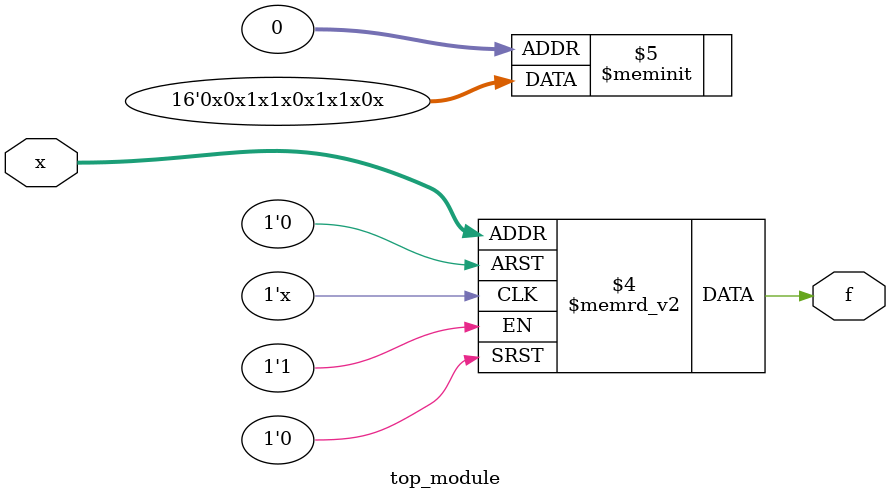
<source format=sv>
module top_module (
    input [4:1] x,
    output logic f
);

always_comb begin
    case ({x[4], x[3], x[2], x[1]})
        4'b0001: f = 0;
        4'b0011: f = 1;
        4'b0101: f = 1;
        4'b0111: f = 0;
        4'b1001: f = 1;
        4'b1011: f = 1;
        4'b1101: f = 0;
        4'b1111: f = 0;
    endcase
end

endmodule

</source>
